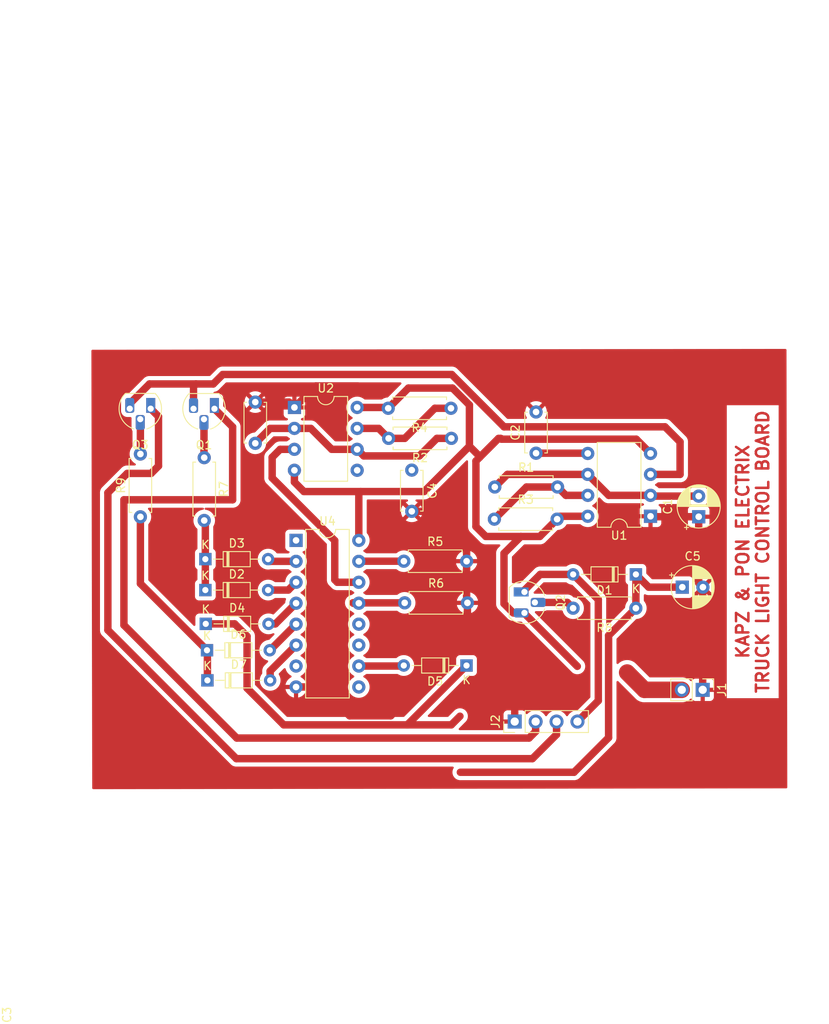
<source format=kicad_pcb>
(kicad_pcb (version 20211014) (generator pcbnew)
  (layers (0 "F.Cu" signal) (31 "B.Cu" signal) (34 "B.Paste" user) (35 "F.Paste" user) (36 "B.SilkS" user "B.Silkscreen") (37 "F.SilkS" user "F.Silkscreen") (38 "B.Mask" user) (39 "F.Mask" user) (44 "Edge.Cuts" user))
  (net 0 "")
  (net 1 "VSS")
  (net 2 "Net-(C1-Pad2)")
  (net 3 "Net-(C2-Pad1)")
  (net 4 "Net-(C3-Pad1)")
  (net 5 "Net-(C4-Pad1)")
  (net 6 "Net-(C5-Pad1)")
  (net 7 "Net-(D1-Pad2)")
  (net 8 "Net-(D2-Pad1)")
  (net 9 "Net-(D2-Pad2)")
  (net 10 "Net-(D3-Pad2)")
  (net 11 "Net-(D4-Pad2)")
  (net 12 "Net-(D5-Pad2)")
  (net 13 "Net-(D6-Pad1)")
  (net 14 "Net-(D6-Pad2)")
  (net 15 "Net-(D7-Pad2)")
  (net 16 "VDD")
  (net 17 "Net-(Q1-Pad2)")
  (net 18 "Turn_Signal")
  (net 19 "Net-(Q2-Pad2)")
  (net 20 "Net-(Q3-Pad2)")
  (net 21 "Net-(R1-Pad2)")
  (net 22 "Net-(R2-Pad2)")
  (net 23 "Net-(R5-Pad1)")
  (net 24 "Net-(U2-Pad3)")
  (net 25 "Net-(R6-Pad1)")
  (net 31 "Net-(Q1-Pad1)")
  (net 32 "Net-(Q3-Pad1)")
  (footprint "Resistor_THT:R_Axial_DIN0207_L6.3mm_D2.5mm_P7.62mm_Horizontal" (layer "F.Cu") (at 100.46 56 180)
    (fp_text reference "R8" (at 3.81 -2.37) (layer "F.SilkS"))
    (fp_text value "R_Small")
    (pad "1" thru_hole circle (at 0 0 180) (size 1.6 1.6) (drill 0.8) (layers *.Cu *.Mask) (net 6 "Net-(C5-Pad1)"))
    (pad "2" thru_hole oval (at 7.62 0 180) (size 1.6 1.6) (drill 0.8) (layers *.Cu *.Mask) (net 19 "Net-(Q2-Pad2)"))
  )
  (footprint "Resistor_THT:R_Axial_DIN0207_L6.3mm_D2.5mm_P7.62mm_Horizontal" (layer "F.Cu") (at 83.33 41.3)
    (fp_text reference "R1" (at 3.81 -2.37) (layer "F.SilkS"))
    (fp_text value "R_Small")
    (pad "1" thru_hole circle (at 0 0) (size 1.6 1.6) (drill 0.8) (layers *.Cu *.Mask) (net 2 "Net-(C1-Pad2)"))
    (pad "2" thru_hole oval (at 7.62 0) (size 1.6 1.6) (drill 0.8) (layers *.Cu *.Mask) (net 21 "Net-(R1-Pad2)"))
  )
  (footprint "Package_TO_SOT_THT:TO-92_HandSolder" (layer "F.Cu") (at 49.290225 31.81 180)
    (fp_text reference "Q1" (at 1.27 -4.4) (layer "F.SilkS"))
    (fp_text value "Q_NPN_EBC")
    (pad "1" thru_hole rect (at 0 0 180) (size 1.1 1.8) (drill 0.75 (offset 0 0.4)) (layers *.Cu *.Mask) (net 31 "Net-(Q1-Pad1)"))
    (pad "2" thru_hole roundrect (at 1.27 -1.27 180) (size 1.1 1.8) (drill 0.75 (offset 0 -0.4)) (layers *.Cu *.Mask) (net 17 "Net-(Q1-Pad2)"))
    (pad "3" thru_hole roundrect (at 2.54 0 180) (size 1.1 1.8) (drill 0.75 (offset 0 0.4)) (layers *.Cu *.Mask) (net 18 "Turn_Signal"))
  )
  (footprint "Diode_THT:D_DO-34_SOD68_P7.62mm_Horizontal" (layer "F.Cu") (at 79.9 62.95 180)
    (fp_text reference "D5" (at 3.81 -1.92) (layer "F.SilkS"))
    (fp_text value "D_Small_Filled")
    (fp_text user "K" (at 0 -1.75) (layer "F.SilkS"))
    (pad "1" thru_hole rect (at 0 0 180) (size 1.5 1.5) (drill 0.75) (layers *.Cu *.Mask) (net 6 "Net-(C5-Pad1)"))
    (pad "2" thru_hole oval (at 7.62 0 180) (size 1.5 1.5) (drill 0.75) (layers *.Cu *.Mask) (net 12 "Net-(D5-Pad2)"))
  )
  (footprint "Package_TO_SOT_THT:TO-92_HandSolder" (layer "F.Cu") (at 41.55 31.8 180)
    (fp_text reference "Q3" (at 1.27 -4.4) (layer "F.SilkS"))
    (fp_text value "Q_NPN_EBC")
    (pad "1" thru_hole rect (at 0 0 180) (size 1.1 1.8) (drill 0.75 (offset 0 0.4)) (layers *.Cu *.Mask) (net 32 "Net-(Q3-Pad1)"))
    (pad "2" thru_hole roundrect (at 1.27 -1.27 180) (size 1.1 1.8) (drill 0.75 (offset 0 -0.4)) (layers *.Cu *.Mask) (net 20 "Net-(Q3-Pad2)"))
    (pad "3" thru_hole roundrect (at 2.54 0 180) (size 1.1 1.8) (drill 0.75 (offset 0 0.4)) (layers *.Cu *.Mask) (net 18 "Turn_Signal"))
  )
  (footprint "Capacitor_THT:CP_Radial_D5.0mm_P2.50mm" (layer "F.Cu") (at 108.09 44.905112 90)
    (fp_text reference "C1" (at 1.25 -3.75 90) (layer "F.SilkS"))
    (fp_text value "C_Polarized")
    (pad "1" thru_hole rect (at 0 0 90) (size 1.6 1.6) (drill 0.8) (layers *.Cu *.Mask) (net 1 "VSS"))
    (pad "2" thru_hole circle (at 2.5 0 90) (size 1.6 1.6) (drill 0.8) (layers *.Cu *.Mask) (net 2 "Net-(C1-Pad2)"))
  )
  (footprint "Connector_PinHeader_2.54mm:PinHeader_1x04_P2.54mm_Vertical" (layer "F.Cu") (at 85.75 69.75 90)
    (fp_text reference "J2" (at 0 -2.33 90) (layer "F.SilkS"))
    (fp_text value "Conn_01x04")
    (pad "1" thru_hole rect (at 0 0 90) (size 1.7 1.7) (drill 1) (layers *.Cu *.Mask) (net 1 "VSS"))
    (pad "2" thru_hole oval (at 0 2.54 90) (size 1.7 1.7) (drill 1) (layers *.Cu *.Mask) (net 31 "Net-(Q1-Pad1)"))
    (pad "3" thru_hole oval (at 0 5.08 90) (size 1.7 1.7) (drill 1) (layers *.Cu *.Mask) (net 32 "Net-(Q3-Pad1)"))
    (pad "4" thru_hole oval (at 0 7.62 90) (size 1.7 1.7) (drill 1) (layers *.Cu *.Mask) (net 7 "Net-(D1-Pad2)"))
  )
  (footprint "Capacitor_THT:C_Disc_D4.7mm_W2.5mm_P5.00mm" (layer "F.Cu") (at 54.25 36 90)
    (fp_text reference "C3" (at -69.325225 -30.15 90) (layer "F.SilkS"))
    (fp_text value "C")
    (pad "1" thru_hole circle (at 0 0 90) (size 1.6 1.6) (drill 0.8) (layers *.Cu *.Mask) (net 4 "Net-(C3-Pad1)"))
    (pad "2" thru_hole circle (at 5 0 90) (size 1.6 1.6) (drill 0.8) (layers *.Cu *.Mask) (net 1 "VSS"))
  )
  (footprint "Capacitor_THT:C_Disc_D4.7mm_W2.5mm_P5.00mm" (layer "F.Cu") (at 88.34 37.2 90)
    (fp_text reference "C2" (at 2.5 -2.5 90) (layer "F.SilkS"))
    (fp_text value "C")
    (pad "1" thru_hole circle (at 0 0 90) (size 1.6 1.6) (drill 0.8) (layers *.Cu *.Mask) (net 3 "Net-(C2-Pad1)"))
    (pad "2" thru_hole circle (at 5 0 90) (size 1.6 1.6) (drill 0.8) (layers *.Cu *.Mask) (net 1 "VSS"))
  )
  (footprint "Connector_PinHeader_2.54mm:PinHeader_1x02_P2.54mm_Vertical" (layer "F.Cu") (at 108.575 65.9 -90)
    (fp_text reference "J1" (at 0 -2.33 90) (layer "F.SilkS"))
    (fp_text value "Conn_01x02")
    (pad "1" thru_hole rect (at 0 0 270) (size 1.7 1.7) (drill 1) (layers *.Cu *.Mask) (net 1 "VSS"))
    (pad "2" thru_hole oval (at 0 2.54 270) (size 1.7 1.7) (drill 1) (layers *.Cu *.Mask) (net 16 "VDD"))
  )
  (footprint "Capacitor_THT:C_Disc_D4.7mm_W2.5mm_P5.00mm" (layer "F.Cu") (at 73.25 39.25 -90)
    (fp_text reference "C4" (at 2.5 -2.5 90) (layer "F.SilkS"))
    (fp_text value "C")
    (pad "1" thru_hole circle (at 0 0 270) (size 1.6 1.6) (drill 0.8) (layers *.Cu *.Mask) (net 5 "Net-(C4-Pad1)"))
    (pad "2" thru_hole circle (at 5 0 270) (size 1.6 1.6) (drill 0.8) (layers *.Cu *.Mask) (net 1 "VSS"))
  )
  (footprint "Resistor_THT:R_Axial_DIN0207_L6.3mm_D2.5mm_P7.62mm_Horizontal" (layer "F.Cu") (at 72.29 50.3)
    (fp_text reference "R5" (at 3.81 -2.37) (layer "F.SilkS"))
    (fp_text value "R_Small")
    (pad "1" thru_hole circle (at 0 0) (size 1.6 1.6) (drill 0.8) (layers *.Cu *.Mask) (net 23 "Net-(R5-Pad1)"))
    (pad "2" thru_hole oval (at 7.62 0) (size 1.6 1.6) (drill 0.8) (layers *.Cu *.Mask) (net 1 "VSS"))
  )
  (footprint "Package_DIP:DIP-8_W7.62mm" (layer "F.Cu") (at 102.24 44.85 180)
    (fp_text reference "U1" (at 3.81 -2.33) (layer "F.SilkS"))
    (fp_text value "NE555P")
    (pad "1" thru_hole rect (at 0 0 180) (size 1.6 1.6) (drill 0.8) (layers *.Cu *.Mask) (net 1 "VSS"))
    (pad "2" thru_hole oval (at 0 2.54 180) (size 1.6 1.6) (drill 0.8) (layers *.Cu *.Mask) (net 2 "Net-(C1-Pad2)"))
    (pad "3" thru_hole oval (at 0 5.08 180) (size 1.6 1.6) (drill 0.8) (layers *.Cu *.Mask) (net 18 "Turn_Signal"))
    (pad "4" thru_hole oval (at 0 7.62 180) (size 1.6 1.6) (drill 0.8) (layers *.Cu *.Mask) (net 16 "VDD"))
    (pad "5" thru_hole oval (at 7.62 7.62 180) (size 1.6 1.6) (drill 0.8) (layers *.Cu *.Mask) (net 3 "Net-(C2-Pad1)"))
    (pad "6" thru_hole oval (at 7.62 5.08 180) (size 1.6 1.6) (drill 0.8) (layers *.Cu *.Mask) (net 2 "Net-(C1-Pad2)"))
    (pad "7" thru_hole oval (at 7.62 2.54 180) (size 1.6 1.6) (drill 0.8) (layers *.Cu *.Mask) (net 21 "Net-(R1-Pad2)"))
    (pad "8" thru_hole oval (at 7.62 0 180) (size 1.6 1.6) (drill 0.8) (layers *.Cu *.Mask) (net 16 "VDD"))
  )
  (footprint "Package_DIP:DIP-16_W7.62mm" (layer "F.Cu") (at 59.2 47.775)
    (fp_text reference "U4" (at 3.81 -2.33) (layer "F.SilkS"))
    (fp_text value "CD4017B")
    (pad "1" thru_hole rect (at 0 0) (size 1.6 1.6) (drill 0.8) (layers *.Cu *.Mask))
    (pad "2" thru_hole oval (at 0 2.54) (size 1.6 1.6) (drill 0.8) (layers *.Cu *.Mask) (net 10 "Net-(D3-Pad2)"))
    (pad "3" thru_hole oval (at 0 5.08) (size 1.6 1.6) (drill 0.8) (layers *.Cu *.Mask) (net 9 "Net-(D2-Pad2)"))
    (pad "4" thru_hole oval (at 0 7.62) (size 1.6 1.6) (drill 0.8) (layers *.Cu *.Mask) (net 11 "Net-(D4-Pad2)"))
    (pad "5" thru_hole oval (at 0 10.16) (size 1.6 1.6) (drill 0.8) (layers *.Cu *.Mask) (net 14 "Net-(D6-Pad2)"))
    (pad "6" thru_hole oval (at 0 12.7) (size 1.6 1.6) (drill 0.8) (layers *.Cu *.Mask) (net 15 "Net-(D7-Pad2)"))
    (pad "7" thru_hole oval (at 0 15.24) (size 1.6 1.6) (drill 0.8) (layers *.Cu *.Mask))
    (pad "8" thru_hole oval (at 0 17.78) (size 1.6 1.6) (drill 0.8) (layers *.Cu *.Mask) (net 1 "VSS"))
    (pad "9" thru_hole oval (at 7.62 17.78) (size 1.6 1.6) (drill 0.8) (layers *.Cu *.Mask))
    (pad "10" thru_hole oval (at 7.62 15.24) (size 1.6 1.6) (drill 0.8) (layers *.Cu *.Mask) (net 12 "Net-(D5-Pad2)"))
    (pad "11" thru_hole oval (at 7.62 12.7) (size 1.6 1.6) (drill 0.8) (layers *.Cu *.Mask))
    (pad "12" thru_hole oval (at 7.62 10.16) (size 1.6 1.6) (drill 0.8) (layers *.Cu *.Mask))
    (pad "13" thru_hole oval (at 7.62 7.62) (size 1.6 1.6) (drill 0.8) (layers *.Cu *.Mask) (net 25 "Net-(R6-Pad1)"))
    (pad "14" thru_hole oval (at 7.62 5.08) (size 1.6 1.6) (drill 0.8) (layers *.Cu *.Mask) (net 24 "Net-(U2-Pad3)"))
    (pad "15" thru_hole oval (at 7.62 2.54) (size 1.6 1.6) (drill 0.8) (layers *.Cu *.Mask) (net 23 "Net-(R5-Pad1)"))
    (pad "16" thru_hole oval (at 7.62 0) (size 1.6 1.6) (drill 0.8) (layers *.Cu *.Mask) (net 16 "VDD"))
  )
  (footprint "Resistor_THT:R_Axial_DIN0207_L6.3mm_D2.5mm_P7.62mm_Horizontal" (layer "F.Cu") (at 83.28 45.2)
    (fp_text reference "R3" (at 3.81 -2.37) (layer "F.SilkS"))
    (fp_text value "R_Small")
    (pad "1" thru_hole circle (at 0 0) (size 1.6 1.6) (drill 0.8) (layers *.Cu *.Mask) (net 21 "Net-(R1-Pad2)"))
    (pad "2" thru_hole oval (at 7.62 0) (size 1.6 1.6) (drill 0.8) (layers *.Cu *.Mask) (net 16 "VDD"))
  )
  (footprint "Diode_THT:D_DO-34_SOD68_P7.62mm_Horizontal" (layer "F.Cu") (at 48.185 50.05)
    (fp_text reference "D3" (at 3.81 -1.92) (layer "F.SilkS"))
    (fp_text value "D_Small_Filled")
    (fp_text user "K" (at 0 -1.75) (layer "F.SilkS"))
    (pad "1" thru_hole rect (at 0 0) (size 1.5 1.5) (drill 0.75) (layers *.Cu *.Mask) (net 8 "Net-(D2-Pad1)"))
    (pad "2" thru_hole oval (at 7.62 0) (size 1.5 1.5) (drill 0.75) (layers *.Cu *.Mask) (net 10 "Net-(D3-Pad2)"))
  )
  (footprint "Diode_THT:D_DO-34_SOD68_P7.62mm_Horizontal" (layer "F.Cu") (at 48.185 53.8)
    (fp_text reference "D2" (at 3.81 -1.92) (layer "F.SilkS"))
    (fp_text value "D_Small_Filled")
    (fp_text user "K" (at 0 -1.75) (layer "F.SilkS"))
    (pad "1" thru_hole rect (at 0 0) (size 1.5 1.5) (drill 0.75) (layers *.Cu *.Mask) (net 8 "Net-(D2-Pad1)"))
    (pad "2" thru_hole oval (at 7.62 0) (size 1.5 1.5) (drill 0.75) (layers *.Cu *.Mask) (net 9 "Net-(D2-Pad2)"))
  )
  (footprint "Diode_THT:D_DO-34_SOD68_P7.62mm_Horizontal" (layer "F.Cu") (at 48.385 61.1)
    (fp_text reference "D6" (at 3.81 -1.92) (layer "F.SilkS"))
    (fp_text value "D_Small_Filled")
    (fp_text user "K" (at 0 -1.75) (layer "F.SilkS"))
    (pad "1" thru_hole rect (at 0 0) (size 1.5 1.5) (drill 0.75) (layers *.Cu *.Mask) (net 13 "Net-(D6-Pad1)"))
    (pad "2" thru_hole oval (at 7.62 0) (size 1.5 1.5) (drill 0.75) (layers *.Cu *.Mask) (net 14 "Net-(D6-Pad2)"))
  )
  (footprint "Package_DIP:DIP-8_W7.62mm" (layer "F.Cu") (at 59 31.65)
    (fp_text reference "U2" (at 3.81 -2.33) (layer "F.SilkS"))
    (fp_text value "NE555P")
    (pad "1" thru_hole rect (at 0 0) (size 1.6 1.6) (drill 0.8) (layers *.Cu *.Mask) (net 1 "VSS"))
    (pad "2" thru_hole oval (at 0 2.54) (size 1.6 1.6) (drill 0.8) (layers *.Cu *.Mask) (net 4 "Net-(C3-Pad1)"))
    (pad "3" thru_hole oval (at 0 5.08) (size 1.6 1.6) (drill 0.8) (layers *.Cu *.Mask) (net 24 "Net-(U2-Pad3)"))
    (pad "4" thru_hole oval (at 0 7.62) (size 1.6 1.6) (drill 0.8) (layers *.Cu *.Mask) (net 16 "VDD"))
    (pad "5" thru_hole oval (at 7.62 7.62) (size 1.6 1.6) (drill 0.8) (layers *.Cu *.Mask) (net 5 "Net-(C4-Pad1)"))
    (pad "6" thru_hole oval (at 7.62 5.08) (size 1.6 1.6) (drill 0.8) (layers *.Cu *.Mask) (net 4 "Net-(C3-Pad1)"))
    (pad "7" thru_hole oval (at 7.62 2.54) (size 1.6 1.6) (drill 0.8) (layers *.Cu *.Mask) (net 22 "Net-(R2-Pad2)"))
    (pad "8" thru_hole oval (at 7.62 0) (size 1.6 1.6) (drill 0.8) (layers *.Cu *.Mask) (net 16 "VDD"))
  )
  (footprint "Package_TO_SOT_THT:TO-92_HandSolder" (layer "F.Cu") (at 86.93 54.03 -90)
    (fp_text reference "Q2" (at 1.27 -4.4 90) (layer "F.SilkS"))
    (fp_text value "Q_NPN_EBC")
    (pad "1" thru_hole rect (at 0 0 270) (size 1.1 1.8) (drill 0.75 (offset 0 0.4)) (layers *.Cu *.Mask) (net 7 "Net-(D1-Pad2)"))
    (pad "2" thru_hole roundrect (at 1.27 -1.27 270) (size 1.1 1.8) (drill 0.75 (offset 0 -0.4)) (layers *.Cu *.Mask) (net 19 "Net-(Q2-Pad2)"))
    (pad "3" thru_hole roundrect (at 2.54 0 270) (size 1.1 1.8) (drill 0.75 (offset 0 0.4)) (layers *.Cu *.Mask) (net 16 "VDD"))
  )
  (footprint "Resistor_THT:R_Axial_DIN0207_L6.3mm_D2.5mm_P7.62mm_Horizontal" (layer "F.Cu") (at 72.39 55.35)
    (fp_text reference "R6" (at 3.81 -2.37) (layer "F.SilkS"))
    (fp_text value "R_Small")
    (pad "1" thru_hole circle (at 0 0) (size 1.6 1.6) (drill 0.8) (layers *.Cu *.Mask) (net 25 "Net-(R6-Pad1)"))
    (pad "2" thru_hole oval (at 7.62 0) (size 1.6 1.6) (drill 0.8) (layers *.Cu *.Mask) (net 1 "VSS"))
  )
  (footprint "Capacitor_THT:CP_Radial_D5.0mm_P2.50mm" (layer "F.Cu") (at 106.1 53.45)
    (fp_text reference "C5" (at 1.25 -3.75) (layer "F.SilkS"))
    (fp_text value "C_Polarized")
    (pad "1" thru_hole rect (at 0 0) (size 1.6 1.6) (drill 0.8) (layers *.Cu *.Mask) (net 6 "Net-(C5-Pad1)"))
    (pad "2" thru_hole circle (at 2.5 0) (size 1.6 1.6) (drill 0.8) (layers *.Cu *.Mask) (net 1 "VSS"))
  )
  (footprint "Resistor_THT:R_Axial_DIN0207_L6.3mm_D2.5mm_P7.62mm_Horizontal" (layer "F.Cu") (at 78.01 31.75 180)
    (fp_text reference "R4" (at 3.81 -2.37) (layer "F.SilkS"))
    (fp_text value "R_Small")
    (pad "1" thru_hole circle (at 0 0 180) (size 1.6 1.6) (drill 0.8) (layers *.Cu *.Mask) (net 22 "Net-(R2-Pad2)"))
    (pad "2" thru_hole oval (at 7.62 0 180) (size 1.6 1.6) (drill 0.8) (layers *.Cu *.Mask) (net 16 "VDD"))
  )
  (footprint "Resistor_THT:R_Axial_DIN0207_L6.3mm_D2.5mm_P7.62mm_Horizontal" (layer "F.Cu") (at 48.05 37.74 -90)
    (fp_text reference "R7" (at 3.81 -2.37 90) (layer "F.SilkS"))
    (fp_text value "R_Small")
    (pad "1" thru_hole circle (at 0 0 270) (size 1.6 1.6) (drill 0.8) (layers *.Cu *.Mask) (net 17 "Net-(Q1-Pad2)"))
    (pad "2" thru_hole oval (at 7.62 0 270) (size 1.6 1.6) (drill 0.8) (layers *.Cu *.Mask) (net 8 "Net-(D2-Pad1)"))
  )
  (footprint "Diode_THT:D_DO-34_SOD68_P7.62mm_Horizontal" (layer "F.Cu") (at 48.435 64.75)
    (fp_text reference "D7" (at 3.81 -1.92) (layer "F.SilkS"))
    (fp_text value "D_Small_Filled")
    (fp_text user "K" (at 0 -1.75) (layer "F.SilkS"))
    (pad "1" thru_hole rect (at 0 0) (size 1.5 1.5) (drill 0.75) (layers *.Cu *.Mask) (net 13 "Net-(D6-Pad1)"))
    (pad "2" thru_hole oval (at 7.62 0) (size 1.5 1.5) (drill 0.75) (layers *.Cu *.Mask) (net 15 "Net-(D7-Pad2)"))
  )
  (footprint "Resistor_THT:R_Axial_DIN0207_L6.3mm_D2.5mm_P7.62mm_Horizontal" (layer "F.Cu") (at 78.06 35.4 180)
    (fp_text reference "R2" (at 3.81 -2.37) (layer "F.SilkS"))
    (fp_text value "R_Small")
    (pad "1" thru_hole circle (at 0 0 180) (size 1.6 1.6) (drill 0.8) (layers *.Cu *.Mask) (net 4 "Net-(C3-Pad1)"))
    (pad "2" thru_hole oval (at 7.62 0 180) (size 1.6 1.6) (drill 0.8) (layers *.Cu *.Mask) (net 22 "Net-(R2-Pad2)"))
  )
  (footprint "Diode_THT:D_DO-34_SOD68_P7.62mm_Horizontal" (layer "F.Cu") (at 48.235 57.9)
    (fp_text reference "D4" (at 3.81 -1.92) (layer "F.SilkS"))
    (fp_text value "D_Small_Filled")
    (fp_text user "K" (at 0 -1.75) (layer "F.SilkS"))
    (pad "1" thru_hole rect (at 0 0) (size 1.5 1.5) (drill 0.75) (layers *.Cu *.Mask) (net 6 "Net-(C5-Pad1)"))
    (pad "2" thru_hole oval (at 7.62 0) (size 1.5 1.5) (drill 0.75) (layers *.Cu *.Mask) (net 11 "Net-(D4-Pad2)"))
  )
  (footprint "Resistor_THT:R_Axial_DIN0207_L6.3mm_D2.5mm_P7.62mm_Horizontal" (layer "F.Cu") (at 40.29955 44.92 90)
    (fp_text reference "R9" (at 3.81 -2.37 90) (layer "F.SilkS"))
    (fp_text value "R_Small")
    (pad "1" thru_hole circle (at 0 0 90) (size 1.6 1.6) (drill 0.8) (layers *.Cu *.Mask) (net 13 "Net-(D6-Pad1)"))
    (pad "2" thru_hole oval (at 7.62 0 90) (size 1.6 1.6) (drill 0.8) (layers *.Cu *.Mask) (net 20 "Net-(Q3-Pad2)"))
  )
  (footprint "Diode_THT:D_DO-34_SOD68_P7.62mm_Horizontal" (layer "F.Cu") (at 100.465 51.9 180)
    (fp_text reference "D1" (at 3.81 -1.92) (layer "F.SilkS"))
    (fp_text value "D_Small_Filled")
    (fp_text user "K" (at 0 -1.75) (layer "F.SilkS"))
    (pad "1" thru_hole rect (at 0 0 180) (size 1.5 1.5) (drill 0.75) (layers *.Cu *.Mask) (net 6 "Net-(C5-Pad1)"))
    (pad "2" thru_hole oval (at 7.62 0 180) (size 1.5 1.5) (drill 0.75) (layers *.Cu *.Mask) (net 7 "Net-(D1-Pad2)"))
  )
  (gr_text "KAPZ & PON ELECTRIX\nTRUCK LIGHT CONTROL BOARD" (at 114.65 49.15 90) (layer "F.Cu") (effects (font (size 1.5 1.5) (thickness 0.3))))
  (segment (start 108.575 65.9) (end 108.575 53.175) (width 0.9) (layer "F.Cu") (net 1))
  (segment (start 79.91 48.91) (end 79.91 50.3) (width 0.9) (layer "F.Cu") (net 1))
  (segment (start 75.25 44.25) (end 76.475 45.475) (width 0.9) (layer "F.Cu") (net 1))
  (segment (start 79 42.95) (end 79 40.7) (width 0.9) (layer "F.Cu") (net 1))
  (segment (start 108.6 53.2) (end 108.6 53.45) (width 0.9) (layer "F.Cu") (net 1))
  (segment (start 73.25 44.25) (end 75.25 44.25) (width 0.9) (layer "F.Cu") (net 1))
  (segment (start 108.09 44.905112) (end 102.295112 44.905112) (width 0.9) (layer "F.Cu") (net 1))
  (segment (start 108.09 52.94) (end 108.6 53.45) (width 0.9) (layer "F.Cu") (net 1))
  (segment (start 59.2 65.555) (end 62.205 65.555) (width 0.9) (layer "F.Cu") (net 1))
  (segment (start 108.09 44.905112) (end 108.09 52.94) (width 0.9) (layer "F.Cu") (net 1))
  (segment (start 58.35 31) (end 59 31.65) (width 0.9) (layer "F.Cu") (net 1))
  (segment (start 102.295112 44.905112) (end 102.24 44.85) (width 0.9) (layer "F.Cu") (net 1))
  (segment (start 79.91 50.3) (end 79.91 55.25) (width 0.9) (layer "F.Cu") (net 1))
  (segment (start 62.205 65.555) (end 65.7 69.05) (width 0.9) (layer "F.Cu") (net 1))
  (segment (start 80.01 59.11) (end 80.01 55.35) (width 0.9) (layer "F.Cu") (net 1))
  (segment (start 80.01 59.74) (end 80.01 59.11) (width 0.9) (layer "F.Cu") (net 1))
  (segment (start 108.575 53.175) (end 108.6 53.2) (width 0.9) (layer "F.Cu") (net 1))
  (segment (start 65.7 69.05) (end 70.7 69.05) (width 0.9) (layer "F.Cu") (net 1))
  (segment (start 79.91 55.25) (end 80.01 55.35) (width 0.9) (layer "F.Cu") (net 1))
  (segment (start 76.475 45.475) (end 79.91 48.91) (width 0.9) (layer "F.Cu") (net 1))
  (segment (start 85.75 69.75) (end 85.75 64.85) (width 0.9) (layer "F.Cu") (net 1))
  (segment (start 70.7 69.05) (end 80.01 59.74) (width 0.9) (layer "F.Cu") (net 1))
  (segment (start 61.6 29.05) (end 66.7 29.05) (width 0.9) (layer "F.Cu") (net 1))
  (segment (start 54.25 31) (end 58.35 31) (width 0.9) (layer "F.Cu") (net 1))
  (segment (start 85.75 64.85) (end 80.01 59.11) (width 0.9) (layer "F.Cu") (net 1))
  (segment (start 59 31.65) (end 61.6 29.05) (width 0.9) (layer "F.Cu") (net 1))
  (segment (start 76.475 45.475) (end 79 42.95) (width 0.9) (layer "F.Cu") (net 1))
  (segment (start 102.24 42.31) (end 97.16 42.31) (width 0.9) (layer "F.Cu") (net 2))
  (segment (start 84.86 39.77) (end 94.62 39.77) (width 0.9) (layer "F.Cu") (net 2))
  (segment (start 102.335112 42.405112) (end 102.24 42.31) (width 0.9) (layer "F.Cu") (net 2))
  (segment (start 97.16 42.31) (end 94.62 39.77) (width 0.9) (layer "F.Cu") (net 2))
  (segment (start 83.33 41.3) (end 84.86 39.77) (width 0.9) (layer "F.Cu") (net 2))
  (segment (start 108.09 42.405112) (end 102.335112 42.405112) (width 0.9) (layer "F.Cu") (net 2))
  (segment (start 88.34 37.2) (end 94.59 37.2) (width 0.9) (layer "F.Cu") (net 3))
  (segment (start 94.59 37.2) (end 94.62 37.23) (width 0.9) (layer "F.Cu") (net 3))
  (segment (start 59 34.19) (end 60.99 34.19) (width 0.9) (layer "F.Cu") (net 4))
  (segment (start 56.06 34.19) (end 59 34.19) (width 0.9) (layer "F.Cu") (net 4))
  (segment (start 76.3 35.4) (end 78.06 35.4) (width 0.9) (layer "F.Cu") (net 4))
  (segment (start 67.419999 37.529999) (end 74.170001 37.529999) (width 0.9) (layer "F.Cu") (net 4))
  (segment (start 66.62 36.73) (end 67.419999 37.529999) (width 0.9) (layer "F.Cu") (net 4))
  (segment (start 54.25 36) (end 56.06 34.19) (width 0.9) (layer "F.Cu") (net 4))
  (segment (start 63.53 36.73) (end 66.62 36.73) (width 0.9) (layer "F.Cu") (net 4))
  (segment (start 74.170001 37.529999) (end 76.3 35.4) (width 0.9) (layer "F.Cu") (net 4))
  (segment (start 60.99 34.19) (end 63.53 36.73) (width 0.9) (layer "F.Cu") (net 4))
  (segment (start 102.015 53.45) (end 100.465 51.9) (width 0.9) (layer "F.Cu") (net 6))
  (segment (start 51.75 57.9) (end 53.25 59.4) (width 0.9) (layer "F.Cu") (net 6))
  (segment (start 57.699511 70.149511) (end 72.700489 70.149511) (width 0.9) (layer "F.Cu") (net 6))
  (segment (start 53.25 65.7) (end 57.699511 70.149511) (width 0.9) (layer "F.Cu") (net 6))
  (segment (start 97.15049 71.69951) (end 92.95 75.9) (width 0.9) (layer "F.Cu") (net 6))
  (segment (start 78.050489 70.149511) (end 79.1 69.1) (width 0.9) (layer "F.Cu") (net 6))
  (segment (start 48.235 57.9) (end 51.75 57.9) (width 0.9) (layer "F.Cu") (net 6))
  (segment (start 92.95 75.9) (end 79.15 75.9) (width 0.9) (layer "F.Cu") (net 6))
  (segment (start 72.700489 70.149511) (end 78.050489 70.149511) (width 0.9) (layer "F.Cu") (net 6))
  (segment (start 53.25 59.4) (end 53.25 65.7) (width 0.9) (layer "F.Cu") (net 6))
  (segment (start 100.46 56) (end 97.15049 59.30951) (width 0.9) (layer "F.Cu") (net 6))
  (segment (start 106.1 53.45) (end 102.015 53.45) (width 0.9) (layer "F.Cu") (net 6))
  (segment (start 72.700489 70.149511) (end 79.9 62.95) (width 0.9) (layer "F.Cu") (net 6))
  (segment (start 100.465 51.9) (end 100.465 55.995) (width 0.9) (layer "F.Cu") (net 6))
  (segment (start 100.465 55.995) (end 100.46 56) (width 0.9) (layer "F.Cu") (net 6))
  (segment (start 97.15049 59.30951) (end 97.15049 71.69951) (width 0.9) (layer "F.Cu") (net 6))
  (segment (start 95.9 67.22) (end 95.9 54.955) (width 0.9) (layer "F.Cu") (net 7))
  (segment (start 86.93 54.03) (end 86.93 53.82) (width 0.9) (layer "F.Cu") (net 7))
  (segment (start 88.85 51.9) (end 92.845 51.9) (width 0.9) (layer "F.Cu") (net 7))
  (segment (start 86.93 53.82) (end 88.85 51.9) (width 0.9) (layer "F.Cu") (net 7))
  (segment (start 95.9 54.955) (end 92.845 51.9) (width 0.9) (layer "F.Cu") (net 7))
  (segment (start 93.37 69.75) (end 95.9 67.22) (width 0.9) (layer "F.Cu") (net 7))
  (segment (start 48.185 53.8) (end 48.185 50.05) (width 0.9) (layer "F.Cu") (net 8))
  (segment (start 48.185 45.495) (end 48.05 45.36) (width 0.9) (layer "F.Cu") (net 8))
  (segment (start 48.185 50.05) (end 48.185 45.495) (width 0.9) (layer "F.Cu") (net 8))
  (segment (start 58.255 53.8) (end 59.2 52.855) (width 0.9) (layer "F.Cu") (net 9))
  (segment (start 55.805 53.8) (end 58.255 53.8) (width 0.9) (layer "F.Cu") (net 9))
  (segment (start 59.2 50.315) (end 56.07 50.315) (width 0.9) (layer "F.Cu") (net 10))
  (segment (start 56.07 50.315) (end 55.805 50.05) (width 0.9) (layer "F.Cu") (net 10))
  (segment (start 55.855 57.9) (end 56.695 57.9) (width 0.9) (layer "F.Cu") (net 11))
  (segment (start 56.695 57.9) (end 59.2 55.395) (width 0.9) (layer "F.Cu") (net 11))
  (segment (start 72.215 63.015) (end 72.28 62.95) (width 0.9) (layer "F.Cu") (net 12))
  (segment (start 66.82 63.015) (end 72.215 63.015) (width 0.9) (layer "F.Cu") (net 12))
  (segment (start 40.29955 53.01455) (end 48.385 61.1) (width 0.9) (layer "F.Cu") (net 13))
  (segment (start 48.435 64.75) (end 48.435 61.15) (width 0.9) (layer "F.Cu") (net 13))
  (segment (start 40.29955 44.92) (end 40.29955 53.01455) (width 0.9) (layer "F.Cu") (net 13))
  (segment (start 48.435 61.15) (end 48.385 61.1) (width 0.9) (layer "F.Cu") (net 13))
  (segment (start 56.035 61.1) (end 59.2 57.935) (width 0.9) (layer "F.Cu") (net 14))
  (segment (start 56.005 61.1) (end 56.035 61.1) (width 0.9) (layer "F.Cu") (net 14))
  (segment (start 56.055 64.75) (end 56.055 63.62) (width 0.9) (layer "F.Cu") (net 15))
  (segment (start 56.055 63.62) (end 59.2 60.475) (width 0.9) (layer "F.Cu") (net 15))
  (segment (start 86.93 56.57) (end 85.57 56.57) (width 0.9) (layer "F.Cu") (net 16))
  (segment (start 70.39 31.75) (end 72.84 29.3) (width 0.9) (layer "F.Cu") (net 16))
  (segment (start 66.82 47.775) (end 66.82 42.08) (width 0.9) (layer "F.Cu") (net 16))
  (segment (start 86.5 47.3) (end 82.24 47.3) (width 0.9) (layer "F.Cu") (net 16))
  (segment (start 80.25 31.354944) (end 80.25 36.35) (width 0.9) (layer "F.Cu") (net 16))
  (segment (start 81.495 37.695) (end 83.784568 35.405432) (width 0.9) (layer "F.Cu") (net 16))
  (segment (start 84.45 55.45) (end 84.45 49.35) (width 0.9) (layer "F.Cu") (net 16))
  (segment (start 81.495 37.595) (end 80.25 36.35) (width 0.9) (layer "F.Cu") (net 16))
  (segment (start 70.29 31.65) (end 70.39 31.75) (width 0.9) (layer "F.Cu") (net 16))
  (segment (start 86.93 56.63) (end 93.35 63.05) (width 0.9) (layer "F.Cu") (net 16))
  (segment (start 72.84 29.3) (end 78.195056 29.3) (width 0.9) (layer "F.Cu") (net 16))
  (segment (start 66.82 42.08) (end 67.05 41.85) (width 0.9) (layer "F.Cu") (net 16))
  (segment (start 81.04 46.1) (end 81.04 38.15) (width 0.9) (layer "F.Cu") (net 16))
  (segment (start 59 40.7) (end 59 39.27) (width 0.9) (layer "F.Cu") (net 16))
  (segment (start 88.8 47.3) (end 86.5 47.3) (width 0.9) (layer "F.Cu") (net 16))
  (segment (start 60.15 41.85) (end 59 40.7) (width 0.9) (layer "F.Cu") (net 16))
  (segment (start 82.24 47.3) (end 81.04 46.1) (width 0.9) (layer "F.Cu") (net 16))
  (segment (start 67.05 41.85) (end 60.15 41.85) (width 0.9) (layer "F.Cu") (net 16))
  (segment (start 91.25 44.85) (end 90.9 45.2) (width 0.9) (layer "F.Cu") (net 16))
  (segment (start 83.784568 35.405432) (end 84.050489 35.405432) (width 0.9) (layer "F.Cu") (net 16))
  (segment (start 84.050489 35.405432) (end 84.144568 35.499511) (width 0.9) (layer "F.Cu") (net 16))
  (segment (start 80.25 36.35) (end 74.75 41.85) (width 0.9) (layer "F.Cu") (net 16))
  (segment (start 78.195056 29.3) (end 80.25 31.354944) (width 0.9) (layer "F.Cu") (net 16))
  (segment (start 85.57 56.57) (end 84.45 55.45) (width 0.9) (layer "F.Cu") (net 16))
  (segment (start 94.62 44.85) (end 91.25 44.85) (width 0.9) (layer "F.Cu") (net 16))
  (segment (start 81.495 37.695) (end 81.495 37.595) (width 0.9) (layer "F.Cu") (net 16))
  (segment (start 100.509511 35.499511) (end 102.24 37.23) (width 0.9) (layer "F.Cu") (net 16))
  (segment (start 90.9 45.2) (end 88.8 47.3) (width 0.9) (layer "F.Cu") (net 16))
  (segment (start 81.04 38.15) (end 81.495 37.695) (width 0.9) (layer "F.Cu") (net 16))
  (segment (start 106.035 65.9) (end 101.5 65.9) (width 2) (layer "F.Cu") (net 16))
  (segment (start 101.5 65.9) (end 99.4 63.8) (width 2) (layer "F.Cu") (net 16))
  (segment (start 84.144568 35.499511) (end 100.509511 35.499511) (width 0.9) (layer "F.Cu") (net 16))
  (segment (start 86.93 56.57) (end 86.93 56.63) (width 0.9) (layer "F.Cu") (net 16))
  (segment (start 84.45 49.35) (end 86.5 47.3) (width 0.9) (layer "F.Cu") (net 16))
  (segment (start 74.75 41.85) (end 67.05 41.85) (width 0.9) (layer "F.Cu") (net 16))
  (segment (start 66.62 31.65) (end 70.29 31.65) (width 0.9) (layer "F.Cu") (net 16))
  (segment (start 48.020225 37.710225) (end 48.05 37.74) (width 0.9) (layer "F.Cu") (net 17))
  (segment (start 48.020225 33.08) (end 48.020225 37.710225) (width 0.9) (layer "F.Cu") (net 17))
  (segment (start 41.400978 28.8) (end 47.05 28.8) (width 0.9) (layer "F.Cu") (net 18))
  (segment (start 50.301203 27.65) (end 49.151203 28.8) (width 0.9) (layer "F.Cu") (net 18))
  (segment (start 46.750225 29.099775) (end 46.750225 31.81) (width 0.9) (layer "F.Cu") (net 18))
  (segment (start 84.45 34) (end 78.1 27.65) (width 0.9) (layer "F.Cu") (net 18))
  (segment (start 78.1 27.65) (end 50.301203 27.65) (width 0.9) (layer "F.Cu") (net 18))
  (segment (start 105.83 35.83) (end 104 34) (width 0.9) (layer "F.Cu") (net 18))
  (segment (start 39.01 31.190978) (end 41.400978 28.8) (width 0.9) (layer "F.Cu") (net 18))
  (segment (start 102.24 39.77) (end 105.83 39.77) (width 0.9) (layer "F.Cu") (net 18))
  (segment (start 49.151203 28.8) (end 47.05 28.8) (width 0.9) (layer "F.Cu") (net 18))
  (segment (start 104 34) (end 84.45 34) (width 0.9) (layer "F.Cu") (net 18))
  (segment (start 47.05 28.8) (end 46.750225 29.099775) (width 0.9) (layer "F.Cu") (net 18))
  (segment (start 105.83 39.77) (end 105.83 35.83) (width 0.9) (layer "F.Cu") (net 18))
  (segment (start 39.01 31.8) (end 39.01 31.190978) (width 0.9) (layer "F.Cu") (net 18))
  (segment (start 88.2 55.3) (end 92.14 55.3) (width 0.9) (layer "F.Cu") (net 19))
  (segment (start 92.14 55.3) (end 92.84 56) (width 0.9) (layer "F.Cu") (net 19))
  (segment (start 40.29955 37.3) (end 40.29955 33.08955) (width 0.9) (layer "F.Cu") (net 20))
  (segment (start 40.29955 33.08955) (end 40.28 33.07) (width 0.9) (layer "F.Cu") (net 20))
  (segment (start 87.18 41.3) (end 83.28 45.2) (width 0.9) (layer "F.Cu") (net 21))
  (segment (start 94.62 42.31) (end 91.96 42.31) (width 0.9) (layer "F.Cu") (net 21))
  (segment (start 90.95 41.3) (end 87.18 41.3) (width 0.9) (layer "F.Cu") (net 21))
  (segment (start 91.96 42.31) (end 90.95 41.3) (width 0.9) (layer "F.Cu") (net 21))
  (segment (start 78.01 31.75) (end 76.05 31.75) (width 0.9) (layer "F.Cu") (net 22))
  (segment (start 76.05 31.75) (end 72.4 35.4) (width 0.9) (layer "F.Cu") (net 22))
  (segment (start 66.62 34.19) (end 69.23 34.19) (width 0.9) (layer "F.Cu") (net 22))
  (segment (start 69.23 34.19) (end 70.44 35.4) (width 0.9) (layer "F.Cu") (net 22))
  (segment (start 72.4 35.4) (end 70.44 35.4) (width 0.9) (layer "F.Cu") (net 22))
  (segment (start 66.835 50.3) (end 66.82 50.315) (width 0.9) (layer "F.Cu") (net 23))
  (segment (start 72.29 50.3) (end 66.835 50.3) (width 0.9) (layer "F.Cu") (net 23))
  (segment (start 63.9 52.55) (end 64.205 52.855) (width 0.9) (layer "F.Cu") (net 24))
  (segment (start 63.9 47.8) (end 63.9 52.55) (width 0.9) (layer "F.Cu") (net 24))
  (segment (start 57.27 36.73) (end 56.3 37.7) (width 0.9) (layer "F.Cu") (net 24))
  (segment (start 64.205 52.855) (end 66.82 52.855) (width 0.9) (layer "F.Cu") (net 24))
  (segment (start 59 36.73) (end 57.27 36.73) (width 0.9) (layer "F.Cu") (net 24))
  (segment (start 56.3 40.2) (end 63.9 47.8) (width 0.9) (layer "F.Cu") (net 24))
  (segment (start 56.3 37.7) (end 56.3 40.2) (width 0.9) (layer "F.Cu") (net 24))
  (segment (start 66.1 55.35) (end 66.145 55.395) (width 0.9) (layer "F.Cu") (net 25))
  (segment (start 72.39 55.35) (end 66.1 55.35) (width 0.9) (layer "F.Cu") (net 25))
  (segment (start 66.145 55.395) (end 66.82 55.395) (width 0.9) (layer "F.Cu") (net 25))
  (segment (start 51.5 34.019775) (end 49.290225 31.81) (width 0.9) (layer "F.Cu") (net 31))
  (segment (start 88.29 69.75) (end 88.29 70.952081) (width 0.9) (layer "F.Cu") (net 31))
  (segment (start 87.492081 71.75) (end 52 71.75) (width 0.9) (layer "F.Cu") (net 31))
  (segment (start 38.3 42.85) (end 51.5 42.85) (width 0.9) (layer "F.Cu") (net 31))
  (segment (start 38.3 58.05) (end 38.3 42.85) (width 0.9) (layer "F.Cu") (net 31))
  (segment (start 88.29 70.952081) (end 87.492081 71.75) (width 0.9) (layer "F.Cu") (net 31))
  (segment (start 51.5 42.85) (end 51.5 34.019775) (width 0.9) (layer "F.Cu") (net 31))
  (segment (start 52 71.75) (end 38.3 58.05) (width 0.9) (layer "F.Cu") (net 31))
  (segment (start 36.35 58.65) (end 36.35 42) (width 0.9) (layer "F.Cu") (net 32))
  (segment (start 42.5 38.75) (end 42.5 32.75) (width 0.9) (layer "F.Cu") (net 32))
  (segment (start 90.83 69.75) (end 90.83 71.32) (width 0.9) (layer "F.Cu") (net 32))
  (segment (start 51.95 74.25) (end 36.35 58.65) (width 0.9) (layer "F.Cu") (net 32))
  (segment (start 42.5 32.75) (end 41.55 31.8) (width 0.9) (layer "F.Cu") (net 32))
  (segment (start 36.35 42) (end 38.7 39.65) (width 0.9) (layer "F.Cu") (net 32))
  (segment (start 90.83 71.32) (end 87.9 74.25) (width 0.9) (layer "F.Cu") (net 32))
  (segment (start 41.6 39.65) (end 42.5 38.75) (width 0.9) (layer "F.Cu") (net 32))
  (segment (start 38.7 39.65) (end 41.6 39.65) (width 0.9) (layer "F.Cu") (net 32))
  (segment (start 87.9 74.25) (end 51.95 74.25) (width 0.9) (layer "F.Cu") (net 32))
  (zone (net 1) (net_name "VSS") (layer "F.Cu") (connect_pads (clearance 0.508)) (min_thickness 0.254) (fill yes (thermal_gap 0.508) (thermal_bridge_width 0.508))
    (polygon (pts (xy 118.85 77.85) (xy 34.45 77.95) (xy 34.35 24.65) (xy 118.75 24.55)))
  )
)
</source>
